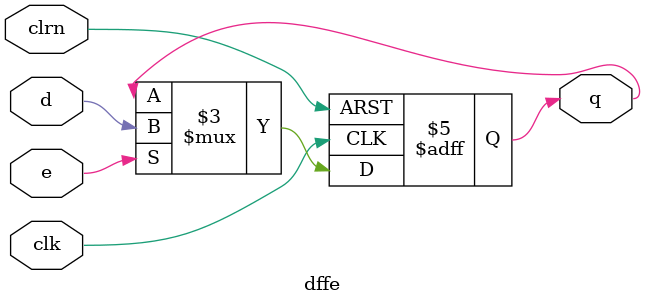
<source format=v>
module dffe (d, clk, clrn, e, q);
    input d, clk, clrn;
    input e;
    output reg q;
    always @ (posedge clk or negedge clrn) begin
        if (!clrn) q <= 0;
        else if (e) q <= d;
    end
endmodule
</source>
